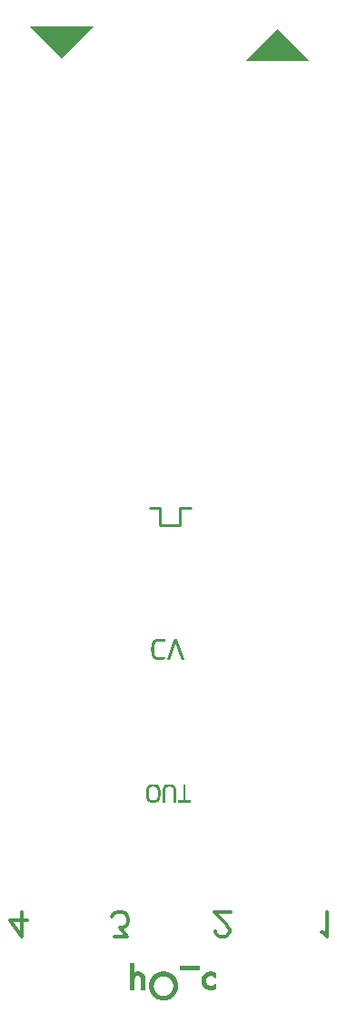
<source format=gbo>
G04 DipTrace 3.1.0.0*
G04 uO_c_panel.GBO*
%MOIN*%
G04 #@! TF.FileFunction,Legend,Bot*
G04 #@! TF.Part,Single*
%ADD12C,0.001*%
%ADD13C,0.01*%
%ADD25C,0.013895*%
%FSLAX26Y26*%
G04*
G70*
G90*
G75*
G01*
G04 BotSilk*
%LPD*%
X1149807Y2262751D2*
D13*
X1112307D1*
X1149807Y2262749D2*
Y2200251D1*
X1224807Y2200249D2*
X1149807D1*
X1224807Y2200251D2*
Y2262749D1*
X1262307Y2262751D2*
X1224807D1*
G36*
X1474806Y3900251D2*
X1699806D1*
X1581056Y4018999D1*
X1462306Y3900251D1*
D1*
X1474806D1*
G37*
G36*
X897307Y4029000D2*
X672307D1*
X791056Y3910252D1*
X909807Y4029000D1*
D1*
X897307D1*
G37*
X1040869Y597975D2*
D12*
X1053869D1*
X1040869Y596975D2*
X1053869D1*
X1040869Y595975D2*
X1053869D1*
X1040869Y594975D2*
X1053869D1*
X1040869Y593975D2*
X1053869D1*
X1040869Y592975D2*
X1053869D1*
X1040869Y591975D2*
X1053869D1*
X1040869Y590975D2*
X1053869D1*
X1040869Y589975D2*
X1053869D1*
X1040869Y588975D2*
X1053869D1*
X1040869Y587975D2*
X1053869D1*
X1040869Y586975D2*
X1053869D1*
X1040869Y585975D2*
X1053869D1*
X1221869D2*
X1294869D1*
X1040869Y584975D2*
X1053869D1*
X1221869D2*
X1294869D1*
X1040869Y583975D2*
X1053869D1*
X1221869D2*
X1294869D1*
X1040869Y582975D2*
X1053869D1*
X1221869D2*
X1294869D1*
X1040869Y581975D2*
X1053869D1*
X1221869D2*
X1294869D1*
X1040869Y580975D2*
X1053869D1*
X1221869D2*
X1294869D1*
X1040869Y579975D2*
X1053869D1*
X1221869D2*
X1294869D1*
X1040869Y578975D2*
X1053869D1*
X1221869D2*
X1294869D1*
X1040869Y577975D2*
X1053869D1*
X1221869D2*
X1294869D1*
X1040869Y576975D2*
X1053869D1*
X1221869D2*
X1294869D1*
X1040869Y575975D2*
X1053869D1*
X1221869D2*
X1294869D1*
X1040869Y574975D2*
X1053869D1*
X1221869D2*
X1294869D1*
X1040869Y573975D2*
X1053869D1*
X1221869D2*
X1294869D1*
X1040869Y572975D2*
X1053869D1*
X1221869D2*
X1294869D1*
X1040869Y571975D2*
X1053869D1*
X1040869Y570975D2*
X1053869D1*
X1040869Y569975D2*
X1053869D1*
X1040869Y568975D2*
X1053869D1*
X1040869Y567975D2*
X1053865D1*
X1040869Y566975D2*
X1053827D1*
X1040869Y565975D2*
X1053672D1*
X1062869D2*
X1071869D1*
X1155869D2*
X1167869D1*
X1330869D2*
X1340869D1*
X1040869Y564975D2*
X1053330D1*
X1059036D2*
X1075250D1*
X1151301D2*
X1172250D1*
X1327453D2*
X1344592D1*
X1040869Y563975D2*
X1052869D1*
X1055025D2*
X1078072D1*
X1147428D2*
X1176072D1*
X1324368D2*
X1347708D1*
X1040869Y562975D2*
X1080342D1*
X1144232D2*
X1179338D1*
X1321760D2*
X1350128D1*
X1040869Y561975D2*
X1082129D1*
X1141557D2*
X1182090D1*
X1319637D2*
X1351847D1*
X1040869Y560975D2*
X1083545D1*
X1139321D2*
X1184375D1*
X1317871D2*
X1353094D1*
X1040869Y559975D2*
X1084738D1*
X1137427D2*
X1186293D1*
X1316371D2*
X1353498D1*
X1040869Y558975D2*
X1085819D1*
X1135745D2*
X1187986D1*
X1315094D2*
X1353713D1*
X1040869Y557975D2*
X1086847D1*
X1134170D2*
X1189565D1*
X1313962D2*
X1353808D1*
X1040869Y556975D2*
X1087823D1*
X1132676D2*
X1191061D1*
X1312905D2*
X1353847D1*
X1040869Y555975D2*
X1088696D1*
X1131291D2*
X1192442D1*
X1311882D2*
X1353861D1*
X1040869Y554975D2*
X1089423D1*
X1130027D2*
X1193671D1*
X1310877D2*
X1353866D1*
X1040869Y553975D2*
X1090036D1*
X1128785D2*
X1194786D1*
X1309909D2*
X1353868D1*
X1040869Y552975D2*
X1063262D1*
X1070476D2*
X1090583D1*
X1127499D2*
X1195836D1*
X1309036D2*
X1332300D1*
X1339434D2*
X1353868D1*
X1040869Y551975D2*
X1061092D1*
X1072645D2*
X1091071D1*
X1126257D2*
X1157266D1*
X1165275D2*
X1196857D1*
X1308279D2*
X1329262D1*
X1342440D2*
X1353869D1*
X1040869Y550975D2*
X1059426D1*
X1074311D2*
X1091484D1*
X1125203D2*
X1153139D1*
X1169991D2*
X1197865D1*
X1307574D2*
X1326871D1*
X1344739D2*
X1353869D1*
X1040869Y549975D2*
X1058140D1*
X1075601D2*
X1091838D1*
X1124347D2*
X1149671D1*
X1173825D2*
X1198867D1*
X1306911D2*
X1324973D1*
X1346529D2*
X1353869D1*
X1040869Y548975D2*
X1057163D1*
X1076610D2*
X1092192D1*
X1123560D2*
X1146883D1*
X1176867D2*
X1199868D1*
X1306375D2*
X1323448D1*
X1348072D2*
X1353869D1*
X1040869Y547975D2*
X1056477D1*
X1077387D2*
X1092499D1*
X1122720D2*
X1144684D1*
X1179253D2*
X1200869D1*
X1305948D2*
X1322275D1*
X1349451D2*
X1353869D1*
X1040869Y546975D2*
X1055991D1*
X1077986D2*
X1092694D1*
X1121841D2*
X1142884D1*
X1181129D2*
X1201865D1*
X1305528D2*
X1321377D1*
X1350636D2*
X1353869D1*
X1040869Y545975D2*
X1055581D1*
X1078417D2*
X1092794D1*
X1121009D2*
X1141338D1*
X1182696D2*
X1202830D1*
X1305080D2*
X1320608D1*
X1351592D2*
X1353869D1*
X1040869Y544975D2*
X1055248D1*
X1078699D2*
X1092843D1*
X1120269D2*
X1139930D1*
X1184138D2*
X1203702D1*
X1304641D2*
X1319890D1*
X1352301D2*
X1353869D1*
X1040869Y543975D2*
X1055009D1*
X1078948D2*
X1092897D1*
X1119567D2*
X1138556D1*
X1185479D2*
X1204459D1*
X1304278D2*
X1319252D1*
X1352869D2*
X1353869D1*
X1040869Y542975D2*
X1054779D1*
X1079241D2*
X1093031D1*
X1118871D2*
X1137246D1*
X1186687D2*
X1205167D1*
X1304023D2*
X1318710D1*
X1040869Y541975D2*
X1054493D1*
X1079519D2*
X1093273D1*
X1118208D2*
X1136084D1*
X1187792D2*
X1205862D1*
X1303784D2*
X1318272D1*
X1040869Y540975D2*
X1054218D1*
X1079701D2*
X1093531D1*
X1117542D2*
X1135110D1*
X1188835D2*
X1206494D1*
X1303495D2*
X1317906D1*
X1040869Y539975D2*
X1054036D1*
X1079797D2*
X1093705D1*
X1116865D2*
X1134304D1*
X1189818D2*
X1207064D1*
X1303218D2*
X1317548D1*
X1040869Y538975D2*
X1053941D1*
X1079840D2*
X1093798D1*
X1116244D2*
X1133546D1*
X1190698D2*
X1207597D1*
X1303036D2*
X1317240D1*
X1040869Y537975D2*
X1053897D1*
X1079858D2*
X1093841D1*
X1115707D2*
X1132749D1*
X1191457D2*
X1208110D1*
X1302941D2*
X1317044D1*
X1040869Y536975D2*
X1053879D1*
X1079865D2*
X1093858D1*
X1115271D2*
X1131966D1*
X1192167D2*
X1208616D1*
X1302897D2*
X1316944D1*
X1040869Y535975D2*
X1053873D1*
X1079867D2*
X1093865D1*
X1114902D2*
X1131251D1*
X1192861D2*
X1209117D1*
X1302879D2*
X1316898D1*
X1040869Y534975D2*
X1053870D1*
X1079868D2*
X1093867D1*
X1114509D2*
X1130560D1*
X1193494D2*
X1209615D1*
X1302873D2*
X1316880D1*
X1040869Y533975D2*
X1053869D1*
X1079869D2*
X1093868D1*
X1114073D2*
X1129872D1*
X1194064D2*
X1210083D1*
X1302870D2*
X1316873D1*
X1040869Y532975D2*
X1053869D1*
X1079869D2*
X1093869D1*
X1113634D2*
X1129242D1*
X1194597D2*
X1210488D1*
X1302869D2*
X1316870D1*
X1040869Y531975D2*
X1053869D1*
X1079869D2*
X1093869D1*
X1113242D2*
X1128673D1*
X1195110D2*
X1210840D1*
X1302869D2*
X1316869D1*
X1040869Y530975D2*
X1053869D1*
X1079869D2*
X1093869D1*
X1112895D2*
X1128144D1*
X1195616D2*
X1211192D1*
X1302869D2*
X1316873D1*
X1040869Y529975D2*
X1053869D1*
X1079869D2*
X1093869D1*
X1112544D2*
X1127662D1*
X1196117D2*
X1211503D1*
X1302873D2*
X1316908D1*
X1040869Y528975D2*
X1053869D1*
X1079869D2*
X1093869D1*
X1112238D2*
X1127253D1*
X1196615D2*
X1211733D1*
X1302908D2*
X1317035D1*
X1040869Y527975D2*
X1053869D1*
X1079869D2*
X1093869D1*
X1112040D2*
X1126899D1*
X1197079D2*
X1211961D1*
X1303035D2*
X1317279D1*
X1040869Y526975D2*
X1053869D1*
X1079869D2*
X1093869D1*
X1111904D2*
X1126546D1*
X1197453D2*
X1212245D1*
X1303275D2*
X1317570D1*
X1040869Y525975D2*
X1053869D1*
X1079869D2*
X1093869D1*
X1111732D2*
X1126235D1*
X1197712D2*
X1212520D1*
X1303535D2*
X1317876D1*
X1040869Y524975D2*
X1053869D1*
X1079869D2*
X1093869D1*
X1111474D2*
X1126005D1*
X1197953D2*
X1212702D1*
X1303745D2*
X1318243D1*
X1040869Y523975D2*
X1053869D1*
X1079869D2*
X1093869D1*
X1111210D2*
X1125777D1*
X1198242D2*
X1212801D1*
X1303965D2*
X1318674D1*
X1040869Y522975D2*
X1053869D1*
X1079869D2*
X1093869D1*
X1111033D2*
X1125492D1*
X1198519D2*
X1212879D1*
X1304251D2*
X1319144D1*
X1040869Y521975D2*
X1053869D1*
X1079869D2*
X1093869D1*
X1110940D2*
X1125217D1*
X1198701D2*
X1213025D1*
X1304560D2*
X1319666D1*
X1352869D2*
X1353869D1*
X1040869Y520975D2*
X1053869D1*
X1079869D2*
X1093869D1*
X1110897D2*
X1125036D1*
X1198797D2*
X1213271D1*
X1304872D2*
X1320292D1*
X1351869D2*
X1353869D1*
X1040869Y519975D2*
X1053869D1*
X1079869D2*
X1093869D1*
X1110879D2*
X1124941D1*
X1198840D2*
X1213530D1*
X1305242D2*
X1321069D1*
X1350869D2*
X1353869D1*
X1040869Y518975D2*
X1053869D1*
X1079869D2*
X1093869D1*
X1110873D2*
X1124897D1*
X1198858D2*
X1213705D1*
X1305673D2*
X1321991D1*
X1349865D2*
X1353869D1*
X1040869Y517975D2*
X1053869D1*
X1079869D2*
X1093869D1*
X1110870D2*
X1124879D1*
X1198865D2*
X1213798D1*
X1306144D2*
X1323075D1*
X1348826D2*
X1353869D1*
X1040869Y516975D2*
X1053869D1*
X1079869D2*
X1093869D1*
X1110869D2*
X1124873D1*
X1198867D2*
X1213841D1*
X1306666D2*
X1324373D1*
X1347659D2*
X1353869D1*
X1040869Y515975D2*
X1053869D1*
X1079869D2*
X1093869D1*
X1110869D2*
X1124870D1*
X1198868D2*
X1213858D1*
X1307288D2*
X1325954D1*
X1346253D2*
X1353869D1*
X1040869Y514975D2*
X1053869D1*
X1079869D2*
X1093869D1*
X1110869D2*
X1124869D1*
X1198869D2*
X1213865D1*
X1308026D2*
X1327931D1*
X1344592D2*
X1353869D1*
X1040869Y513975D2*
X1053869D1*
X1079869D2*
X1093869D1*
X1110869D2*
X1124869D1*
X1198869D2*
X1213867D1*
X1308785D2*
X1330307D1*
X1342763D2*
X1353869D1*
X1040869Y512975D2*
X1053869D1*
X1079869D2*
X1093869D1*
X1110869D2*
X1124869D1*
X1198869D2*
X1213864D1*
X1309495D2*
X1353869D1*
X1040869Y511975D2*
X1053869D1*
X1079869D2*
X1093869D1*
X1110869D2*
X1124869D1*
X1198869D2*
X1213830D1*
X1310218D2*
X1353869D1*
X1040869Y510975D2*
X1053869D1*
X1079869D2*
X1093869D1*
X1110869D2*
X1124869D1*
X1198869D2*
X1213702D1*
X1311040D2*
X1353869D1*
X1040869Y509975D2*
X1053869D1*
X1079869D2*
X1093869D1*
X1110869D2*
X1124873D1*
X1198869D2*
X1213463D1*
X1311980D2*
X1353869D1*
X1040869Y508975D2*
X1053869D1*
X1079869D2*
X1093869D1*
X1110869D2*
X1124908D1*
X1198865D2*
X1213206D1*
X1313064D2*
X1353869D1*
X1040869Y507975D2*
X1053869D1*
X1079869D2*
X1093869D1*
X1110873D2*
X1125035D1*
X1198830D2*
X1213032D1*
X1314289D2*
X1353865D1*
X1040869Y506975D2*
X1053869D1*
X1079869D2*
X1093869D1*
X1110908D2*
X1125275D1*
X1198702D2*
X1212935D1*
X1315578D2*
X1353822D1*
X1040869Y505975D2*
X1053869D1*
X1079869D2*
X1093869D1*
X1111035D2*
X1125535D1*
X1198459D2*
X1212858D1*
X1316920D2*
X1353716D1*
X1040869Y504975D2*
X1053869D1*
X1079869D2*
X1093869D1*
X1111275D2*
X1125745D1*
X1198167D2*
X1212713D1*
X1318457D2*
X1353195D1*
X1040869Y503975D2*
X1053869D1*
X1079869D2*
X1093869D1*
X1111535D2*
X1125969D1*
X1197865D2*
X1212467D1*
X1320344D2*
X1351799D1*
X1040869Y502975D2*
X1053869D1*
X1079869D2*
X1093869D1*
X1111745D2*
X1126286D1*
X1197529D2*
X1212204D1*
X1322756D2*
X1349705D1*
X1040869Y501975D2*
X1053869D1*
X1079869D2*
X1093869D1*
X1111965D2*
X1126687D1*
X1197195D2*
X1211993D1*
X1325972D2*
X1346650D1*
X1112251Y500975D2*
X1127112D1*
X1196872D2*
X1211773D1*
X1330142D2*
X1342553D1*
X1112560Y499975D2*
X1127498D1*
X1196498D2*
X1211487D1*
X1334869D2*
X1337869D1*
X1112868Y498975D2*
X1127848D1*
X1196065D2*
X1211178D1*
X1113207Y497975D2*
X1128237D1*
X1195598D2*
X1210865D1*
X1113542Y496975D2*
X1128705D1*
X1195110D2*
X1210495D1*
X1113865Y495975D2*
X1129270D1*
X1194612D2*
X1210064D1*
X1114240Y494975D2*
X1129905D1*
X1194078D2*
X1209598D1*
X1114672Y493975D2*
X1130548D1*
X1193452D2*
X1209110D1*
X1115140Y492975D2*
X1131240D1*
X1192712D2*
X1208616D1*
X1115627Y491975D2*
X1132044D1*
X1191953D2*
X1208117D1*
X1116125Y490975D2*
X1132944D1*
X1191242D2*
X1207619D1*
X1116655Y489975D2*
X1133898D1*
X1190519D2*
X1207118D1*
X1117250Y488975D2*
X1134880D1*
X1189697D2*
X1206615D1*
X1117898Y487975D2*
X1135873D1*
X1188758D2*
X1206079D1*
X1118545Y486975D2*
X1136874D1*
X1187674D2*
X1205453D1*
X1119239Y485975D2*
X1137908D1*
X1186448D2*
X1204712D1*
X1120040Y484975D2*
X1139039D1*
X1185160D2*
X1203953D1*
X1120904Y483975D2*
X1140318D1*
X1183821D2*
X1203242D1*
X1121732Y482975D2*
X1141745D1*
X1182319D2*
X1202519D1*
X1122474Y481975D2*
X1143368D1*
X1180572D2*
X1201701D1*
X1123210Y480975D2*
X1145329D1*
X1178512D2*
X1200797D1*
X1124033Y479975D2*
X1147780D1*
X1176004D2*
X1199840D1*
X1124944Y478975D2*
X1150791D1*
X1172965D2*
X1198858D1*
X1125936Y477975D2*
X1154238D1*
X1169507D2*
X1197861D1*
X1127046Y476975D2*
X1196828D1*
X1128282Y475975D2*
X1195702D1*
X1129572Y474975D2*
X1194459D1*
X1130876Y473975D2*
X1193167D1*
X1132244Y472975D2*
X1191862D1*
X1133674Y471975D2*
X1190490D1*
X1135148Y470975D2*
X1189025D1*
X1136705Y469975D2*
X1187423D1*
X1138462Y468975D2*
X1185622D1*
X1140522Y467975D2*
X1183570D1*
X1142907Y466975D2*
X1181178D1*
X1145743Y465975D2*
X1178383D1*
X1149144Y464975D2*
X1175220D1*
X1152869Y463975D2*
X1171869D1*
X1114556Y1251249D2*
X1134556D1*
X1172556D2*
X1193556D1*
X1235556D2*
X1241556D1*
X1112137Y1250249D2*
X1136702D1*
X1170295D2*
X1195634D1*
X1235556D2*
X1241556D1*
X1110017Y1249249D2*
X1138584D1*
X1168458D2*
X1197453D1*
X1235556D2*
X1241556D1*
X1108282Y1248249D2*
X1140109D1*
X1167106D2*
X1198967D1*
X1235556D2*
X1241556D1*
X1106915Y1247249D2*
X1141365D1*
X1166122D2*
X1200140D1*
X1235556D2*
X1241556D1*
X1105857Y1246249D2*
X1142444D1*
X1165317D2*
X1201010D1*
X1235556D2*
X1241556D1*
X1105051Y1245249D2*
X1117991D1*
X1130121D2*
X1143359D1*
X1164585D2*
X1175799D1*
X1190318D2*
X1201685D1*
X1235556D2*
X1241556D1*
X1104407Y1244249D2*
X1114989D1*
X1133124D2*
X1144102D1*
X1163942D2*
X1173416D1*
X1192732D2*
X1202260D1*
X1235556D2*
X1241556D1*
X1103845Y1243249D2*
X1112729D1*
X1135387D2*
X1144720D1*
X1163399D2*
X1171619D1*
X1194625D2*
X1202789D1*
X1235556D2*
X1241556D1*
X1103321Y1242249D2*
X1111102D1*
X1137046D2*
X1145270D1*
X1162960D2*
X1170394D1*
X1195994D2*
X1203297D1*
X1235556D2*
X1241556D1*
X1102815Y1241249D2*
X1109930D1*
X1138314D2*
X1145759D1*
X1162594D2*
X1169548D1*
X1196953D2*
X1203769D1*
X1235556D2*
X1241556D1*
X1102348Y1240249D2*
X1109078D1*
X1139309D2*
X1146171D1*
X1162236D2*
X1168903D1*
X1197663D2*
X1204175D1*
X1235556D2*
X1241556D1*
X1101973Y1239249D2*
X1108417D1*
X1140080D2*
X1146526D1*
X1161923D2*
X1168376D1*
X1198249D2*
X1204527D1*
X1235556D2*
X1241556D1*
X1101713Y1238249D2*
X1107852D1*
X1140675D2*
X1146880D1*
X1161693D2*
X1167949D1*
X1198747D2*
X1204880D1*
X1235556D2*
X1241556D1*
X1101472Y1237249D2*
X1107361D1*
X1141105D2*
X1147186D1*
X1161465D2*
X1167589D1*
X1199134D2*
X1205187D1*
X1235556D2*
X1241556D1*
X1101183Y1236249D2*
X1106982D1*
X1141387D2*
X1147385D1*
X1161180D2*
X1167234D1*
X1199398D2*
X1205385D1*
X1235556D2*
X1241556D1*
X1100906Y1235249D2*
X1106754D1*
X1141636D2*
X1147521D1*
X1160905D2*
X1166927D1*
X1199640D2*
X1205521D1*
X1235556D2*
X1241556D1*
X1100724Y1234249D2*
X1106636D1*
X1141929D2*
X1147693D1*
X1160724D2*
X1166732D1*
X1199930D2*
X1205693D1*
X1235556D2*
X1241556D1*
X1100628Y1233249D2*
X1106550D1*
X1142206D2*
X1147951D1*
X1160628D2*
X1166627D1*
X1200207D2*
X1205951D1*
X1235556D2*
X1241556D1*
X1100585Y1232249D2*
X1106402D1*
X1142389D2*
X1148215D1*
X1160585D2*
X1166547D1*
X1200389D2*
X1206215D1*
X1235556D2*
X1241556D1*
X1100567Y1231249D2*
X1106155D1*
X1142484D2*
X1148392D1*
X1160567D2*
X1166401D1*
X1200485D2*
X1206392D1*
X1235556D2*
X1241556D1*
X1100556Y1230249D2*
X1105895D1*
X1142528D2*
X1148486D1*
X1160560D2*
X1166154D1*
X1200528D2*
X1206486D1*
X1235556D2*
X1241556D1*
X1100519Y1229249D2*
X1105720D1*
X1142546D2*
X1148528D1*
X1160558D2*
X1165895D1*
X1200546D2*
X1206528D1*
X1235556D2*
X1241556D1*
X1100390Y1228249D2*
X1105627D1*
X1142557D2*
X1148546D1*
X1160557D2*
X1165720D1*
X1200553D2*
X1206546D1*
X1235556D2*
X1241556D1*
X1100151Y1227249D2*
X1105585D1*
X1142594D2*
X1148553D1*
X1160557D2*
X1165627D1*
X1200555D2*
X1206553D1*
X1235556D2*
X1241556D1*
X1099894Y1226249D2*
X1105567D1*
X1142722D2*
X1148555D1*
X1160556D2*
X1165585D1*
X1200556D2*
X1206555D1*
X1235556D2*
X1241556D1*
X1099720Y1225249D2*
X1105560D1*
X1142962D2*
X1148556D1*
X1160556D2*
X1165567D1*
X1200556D2*
X1206556D1*
X1235556D2*
X1241556D1*
X1099627Y1224249D2*
X1105558D1*
X1143219D2*
X1148556D1*
X1160556D2*
X1165560D1*
X1200556D2*
X1206556D1*
X1235556D2*
X1241556D1*
X1099584Y1223249D2*
X1105557D1*
X1143393D2*
X1148556D1*
X1160556D2*
X1165558D1*
X1200556D2*
X1206556D1*
X1235556D2*
X1241556D1*
X1099567Y1222249D2*
X1105557D1*
X1143486D2*
X1148556D1*
X1160556D2*
X1165557D1*
X1200556D2*
X1206556D1*
X1235556D2*
X1241556D1*
X1099560Y1221249D2*
X1105556D1*
X1143528D2*
X1148556D1*
X1160556D2*
X1165557D1*
X1200556D2*
X1206556D1*
X1235556D2*
X1241556D1*
X1099558Y1220249D2*
X1105556D1*
X1143546D2*
X1148556D1*
X1160556D2*
X1165556D1*
X1200556D2*
X1206556D1*
X1235556D2*
X1241556D1*
X1099557Y1219249D2*
X1105556D1*
X1143553D2*
X1148556D1*
X1160556D2*
X1165556D1*
X1200556D2*
X1206556D1*
X1235556D2*
X1241556D1*
X1099557Y1218249D2*
X1105556D1*
X1143551D2*
X1148556D1*
X1160556D2*
X1165556D1*
X1200556D2*
X1206556D1*
X1235556D2*
X1241556D1*
X1099556Y1217249D2*
X1105556D1*
X1143517D2*
X1148556D1*
X1160556D2*
X1165556D1*
X1200556D2*
X1206556D1*
X1235556D2*
X1241556D1*
X1099560Y1216249D2*
X1105556D1*
X1143390D2*
X1148556D1*
X1160556D2*
X1165556D1*
X1200556D2*
X1206556D1*
X1235556D2*
X1241556D1*
X1099595Y1215249D2*
X1105556D1*
X1143150D2*
X1148556D1*
X1160556D2*
X1165556D1*
X1200556D2*
X1206556D1*
X1235556D2*
X1241556D1*
X1099723Y1214249D2*
X1105556D1*
X1142894D2*
X1148556D1*
X1160556D2*
X1165556D1*
X1200556D2*
X1206556D1*
X1235556D2*
X1241556D1*
X1099962Y1213249D2*
X1105560D1*
X1142720D2*
X1148556D1*
X1160556D2*
X1165556D1*
X1200556D2*
X1206556D1*
X1235556D2*
X1241556D1*
X1100219Y1212249D2*
X1105595D1*
X1142627D2*
X1148556D1*
X1160556D2*
X1165556D1*
X1200556D2*
X1206556D1*
X1235556D2*
X1241556D1*
X1100393Y1211249D2*
X1105723D1*
X1142584D2*
X1148553D1*
X1160556D2*
X1165556D1*
X1200556D2*
X1206556D1*
X1235556D2*
X1241556D1*
X1100486Y1210249D2*
X1105962D1*
X1142567D2*
X1148517D1*
X1160556D2*
X1165556D1*
X1200556D2*
X1206556D1*
X1235556D2*
X1241556D1*
X1100528Y1209249D2*
X1106219D1*
X1142560D2*
X1148390D1*
X1160556D2*
X1165556D1*
X1200556D2*
X1206556D1*
X1235556D2*
X1241556D1*
X1100550Y1208249D2*
X1106393D1*
X1142554D2*
X1148150D1*
X1160556D2*
X1165556D1*
X1200556D2*
X1206556D1*
X1235556D2*
X1241556D1*
X1100592Y1207249D2*
X1106486D1*
X1142518D2*
X1147894D1*
X1160556D2*
X1165556D1*
X1200556D2*
X1206556D1*
X1235556D2*
X1241556D1*
X1100722Y1206249D2*
X1106532D1*
X1142390D2*
X1147720D1*
X1160556D2*
X1165556D1*
X1200556D2*
X1206556D1*
X1235556D2*
X1241556D1*
X1100962Y1205249D2*
X1106585D1*
X1142147D2*
X1147623D1*
X1160556D2*
X1165556D1*
X1200556D2*
X1206556D1*
X1235556D2*
X1241556D1*
X1101223Y1204249D2*
X1106723D1*
X1141855D2*
X1147545D1*
X1160556D2*
X1165556D1*
X1200556D2*
X1206556D1*
X1235556D2*
X1241556D1*
X1101432Y1203249D2*
X1107000D1*
X1141553D2*
X1147400D1*
X1160556D2*
X1165556D1*
X1200556D2*
X1206556D1*
X1235556D2*
X1241556D1*
X1101652Y1202249D2*
X1107389D1*
X1141217D2*
X1147150D1*
X1160556D2*
X1165556D1*
X1200556D2*
X1206556D1*
X1235556D2*
X1241556D1*
X1101938Y1201249D2*
X1107838D1*
X1140879D2*
X1146856D1*
X1160556D2*
X1165556D1*
X1200556D2*
X1206556D1*
X1235556D2*
X1241556D1*
X1102247Y1200249D2*
X1108319D1*
X1140521D2*
X1146550D1*
X1160556D2*
X1165556D1*
X1200556D2*
X1206556D1*
X1235556D2*
X1241556D1*
X1102560Y1199249D2*
X1108818D1*
X1140015D2*
X1146182D1*
X1160556D2*
X1165556D1*
X1200556D2*
X1206556D1*
X1235556D2*
X1241556D1*
X1102934Y1198249D2*
X1109390D1*
X1139304D2*
X1145752D1*
X1160556D2*
X1165556D1*
X1200556D2*
X1206556D1*
X1235556D2*
X1241556D1*
X1103396Y1197249D2*
X1110186D1*
X1138410D2*
X1145281D1*
X1160556D2*
X1165556D1*
X1200556D2*
X1206556D1*
X1235556D2*
X1241556D1*
X1103959Y1196249D2*
X1111367D1*
X1137307D2*
X1144763D1*
X1160556D2*
X1165556D1*
X1200556D2*
X1206556D1*
X1235556D2*
X1241556D1*
X1104594Y1195249D2*
X1112915D1*
X1135930D2*
X1144173D1*
X1160556D2*
X1165556D1*
X1200556D2*
X1206556D1*
X1235556D2*
X1241556D1*
X1105236Y1194249D2*
X1114692D1*
X1134300D2*
X1143523D1*
X1160556D2*
X1165556D1*
X1200556D2*
X1206556D1*
X1235556D2*
X1241556D1*
X1105931Y1193249D2*
X1142841D1*
X1160556D2*
X1165556D1*
X1200556D2*
X1206556D1*
X1217556D2*
X1260556D1*
X1106779Y1192249D2*
X1142012D1*
X1160556D2*
X1165556D1*
X1200556D2*
X1206556D1*
X1217556D2*
X1260556D1*
X1107888Y1191249D2*
X1140885D1*
X1160556D2*
X1165556D1*
X1200556D2*
X1206556D1*
X1217556D2*
X1260556D1*
X1109453Y1190249D2*
X1139359D1*
X1160556D2*
X1165556D1*
X1200556D2*
X1206556D1*
X1217556D2*
X1260556D1*
X1111652Y1189249D2*
X1137269D1*
X1160556D2*
X1165556D1*
X1200556D2*
X1206556D1*
X1217556D2*
X1260556D1*
X1114456Y1188249D2*
X1134570D1*
X1160556D2*
X1165556D1*
X1200556D2*
X1206556D1*
X1217556D2*
X1260556D1*
X1117556Y1187249D2*
X1131556D1*
X1140307Y1785751D2*
X1148307D1*
X1136926Y1784751D2*
X1160307D1*
X1202307D2*
X1209307D1*
X1134104Y1783751D2*
X1167307D1*
X1202149D2*
X1209807D1*
X1131834Y1782751D2*
X1167307D1*
X1201866D2*
X1210222D1*
X1130047Y1781751D2*
X1167307D1*
X1201479D2*
X1210611D1*
X1128635Y1780751D2*
X1167307D1*
X1201061D2*
X1210967D1*
X1127477Y1779751D2*
X1167307D1*
X1200676D2*
X1211299D1*
X1126523Y1778751D2*
X1167307D1*
X1200332D2*
X1211676D1*
X1125735Y1777751D2*
X1138662D1*
X1162307D2*
X1167307D1*
X1199978D2*
X1212106D1*
X1125015Y1776751D2*
X1136368D1*
X1199637D2*
X1212543D1*
X1124316Y1775751D2*
X1134494D1*
X1199316D2*
X1212934D1*
X1123686Y1774751D2*
X1133040D1*
X1198972D2*
X1213281D1*
X1123147Y1773751D2*
X1131968D1*
X1198635D2*
X1213636D1*
X1122710Y1772751D2*
X1131111D1*
X1198315D2*
X1213977D1*
X1122344Y1771751D2*
X1130354D1*
X1197972D2*
X1205153D1*
X1207462D2*
X1214302D1*
X1121983Y1770751D2*
X1129696D1*
X1197635D2*
X1204901D1*
X1207713D2*
X1214677D1*
X1121639Y1769751D2*
X1129117D1*
X1197315D2*
X1204607D1*
X1208008D2*
X1215107D1*
X1121316Y1768751D2*
X1128584D1*
X1196972D2*
X1204300D1*
X1208310D2*
X1215543D1*
X1120976Y1767751D2*
X1128105D1*
X1196635D2*
X1203933D1*
X1208646D2*
X1215934D1*
X1120670Y1766751D2*
X1127726D1*
X1196311D2*
X1203506D1*
X1208980D2*
X1216281D1*
X1120442Y1765751D2*
X1127465D1*
X1195936D2*
X1203071D1*
X1209300D2*
X1216636D1*
X1120215Y1764751D2*
X1127223D1*
X1195508D2*
X1202680D1*
X1209643D2*
X1216977D1*
X1119930Y1763751D2*
X1126933D1*
X1195071D2*
X1202333D1*
X1209979D2*
X1217299D1*
X1119656Y1762751D2*
X1126657D1*
X1194680D2*
X1201979D1*
X1210303D2*
X1217642D1*
X1119474Y1761751D2*
X1126471D1*
X1194333D2*
X1201638D1*
X1210678D2*
X1217979D1*
X1119379Y1760751D2*
X1126340D1*
X1193979D2*
X1201316D1*
X1211107D2*
X1218303D1*
X1119336Y1759751D2*
X1126169D1*
X1193638D2*
X1200972D1*
X1211543D2*
X1218678D1*
X1119314Y1758751D2*
X1125912D1*
X1193316D2*
X1200635D1*
X1211934D2*
X1219107D1*
X1119272Y1757751D2*
X1125648D1*
X1192972D2*
X1200315D1*
X1212281D2*
X1219543D1*
X1119142Y1756751D2*
X1125472D1*
X1192635D2*
X1199972D1*
X1212636D2*
X1219934D1*
X1118902Y1755751D2*
X1125378D1*
X1192315D2*
X1199635D1*
X1212977D2*
X1220281D1*
X1118645Y1754751D2*
X1125335D1*
X1191972D2*
X1199315D1*
X1213299D2*
X1220636D1*
X1118470Y1753751D2*
X1125318D1*
X1191635D2*
X1198972D1*
X1213642D2*
X1220977D1*
X1118378Y1752751D2*
X1125311D1*
X1191315D2*
X1198635D1*
X1213979D2*
X1221302D1*
X1118335Y1751751D2*
X1125308D1*
X1190972D2*
X1198315D1*
X1214303D2*
X1221677D1*
X1118318Y1750751D2*
X1125308D1*
X1190635D2*
X1197972D1*
X1214678D2*
X1222107D1*
X1118311Y1749751D2*
X1125307D1*
X1190315D2*
X1197635D1*
X1215107D2*
X1222543D1*
X1118308Y1748751D2*
X1125307D1*
X1189972D2*
X1197315D1*
X1215543D2*
X1222934D1*
X1118308Y1747751D2*
X1125307D1*
X1189635D2*
X1196972D1*
X1215934D2*
X1223281D1*
X1118307Y1746751D2*
X1125307D1*
X1189311D2*
X1196635D1*
X1216281D2*
X1223636D1*
X1118307Y1745751D2*
X1125307D1*
X1188936D2*
X1196311D1*
X1216636D2*
X1223977D1*
X1118307Y1744751D2*
X1125307D1*
X1188508D2*
X1195936D1*
X1216977D2*
X1224299D1*
X1118307Y1743751D2*
X1125307D1*
X1188071D2*
X1195508D1*
X1217299D2*
X1224642D1*
X1118311Y1742751D2*
X1125307D1*
X1187680D2*
X1195071D1*
X1217642D2*
X1224979D1*
X1118346Y1741751D2*
X1125307D1*
X1187333D2*
X1194680D1*
X1217979D2*
X1225303D1*
X1118474Y1740751D2*
X1125307D1*
X1186979D2*
X1194333D1*
X1218303D2*
X1225678D1*
X1118713Y1739751D2*
X1125307D1*
X1186638D2*
X1193979D1*
X1218678D2*
X1226107D1*
X1118969Y1738751D2*
X1125311D1*
X1186316D2*
X1193638D1*
X1219107D2*
X1226543D1*
X1119144Y1737751D2*
X1125346D1*
X1185972D2*
X1193316D1*
X1219543D2*
X1226934D1*
X1119237Y1736751D2*
X1125474D1*
X1185635D2*
X1192972D1*
X1219934D2*
X1227281D1*
X1119279Y1735751D2*
X1125713D1*
X1185315D2*
X1192635D1*
X1220281D2*
X1227636D1*
X1119300Y1734751D2*
X1125969D1*
X1184972D2*
X1192315D1*
X1220636D2*
X1227977D1*
X1119342Y1733751D2*
X1126144D1*
X1184635D2*
X1191972D1*
X1220977D2*
X1228302D1*
X1119472Y1732751D2*
X1126241D1*
X1184315D2*
X1191635D1*
X1221299D2*
X1228677D1*
X1119713Y1731751D2*
X1126318D1*
X1183972D2*
X1191315D1*
X1221642D2*
X1229107D1*
X1119969Y1730751D2*
X1126463D1*
X1183635D2*
X1190972D1*
X1221979D2*
X1229543D1*
X1120148Y1729751D2*
X1126713D1*
X1183311D2*
X1190635D1*
X1222303D2*
X1229934D1*
X1120276Y1728751D2*
X1127007D1*
X1182936D2*
X1190315D1*
X1222678D2*
X1230281D1*
X1120446Y1727751D2*
X1127314D1*
X1182508D2*
X1189972D1*
X1223107D2*
X1230636D1*
X1120706Y1726751D2*
X1127682D1*
X1182071D2*
X1189635D1*
X1223543D2*
X1230977D1*
X1121005Y1725751D2*
X1128112D1*
X1181680D2*
X1189311D1*
X1223934D2*
X1231299D1*
X1121313Y1724751D2*
X1128582D1*
X1181333D2*
X1188936D1*
X1224281D2*
X1231642D1*
X1121681Y1723751D2*
X1129105D1*
X1180979D2*
X1188508D1*
X1224636D2*
X1231979D1*
X1122112Y1722751D2*
X1129734D1*
X1180638D2*
X1188071D1*
X1224977D2*
X1232303D1*
X1122578Y1721751D2*
X1130550D1*
X1180316D2*
X1187680D1*
X1225302D2*
X1232678D1*
X1123066Y1720751D2*
X1131642D1*
X1179972D2*
X1187333D1*
X1225677D2*
X1233107D1*
X1123564Y1719751D2*
X1133164D1*
X1179635D2*
X1186979D1*
X1226107D2*
X1233543D1*
X1124098Y1718751D2*
X1135208D1*
X1179315D2*
X1186638D1*
X1226543D2*
X1233934D1*
X1124727Y1717751D2*
X1137668D1*
X1157307D2*
X1167307D1*
X1178972D2*
X1186316D1*
X1226934D2*
X1234281D1*
X1125507Y1716751D2*
X1167307D1*
X1178635D2*
X1185972D1*
X1227281D2*
X1234636D1*
X1126433Y1715751D2*
X1167295D1*
X1178315D2*
X1185635D1*
X1227636D2*
X1234977D1*
X1127553Y1714751D2*
X1167260D1*
X1177975D2*
X1185311D1*
X1227977D2*
X1235299D1*
X1128976Y1713751D2*
X1166834D1*
X1177674D2*
X1184933D1*
X1228299D2*
X1235639D1*
X1130785Y1712751D2*
X1164767D1*
X1177480D2*
X1184475D1*
X1228648D2*
X1235943D1*
X1132953Y1711751D2*
X1161420D1*
X1177375D2*
X1183924D1*
X1228992D2*
X1236151D1*
X1135307Y1710751D2*
X1157307D1*
X1177307D2*
X1183307D1*
X1229307D2*
X1236307D1*
X1040869Y597975D2*
Y596975D1*
Y595975D1*
Y594975D1*
Y593975D1*
Y592975D1*
Y591975D1*
Y590975D1*
Y589975D1*
Y588975D1*
Y587975D1*
Y586975D1*
Y585975D1*
Y584975D1*
Y583975D1*
Y582975D1*
Y581975D1*
Y580975D1*
Y579975D1*
Y578975D1*
Y577975D1*
Y576975D1*
Y575975D1*
Y574975D1*
Y573975D1*
Y572975D1*
Y571975D1*
Y570975D1*
Y569975D1*
Y568975D1*
Y567975D1*
Y566975D1*
Y565975D1*
Y564975D1*
Y563975D1*
Y562975D1*
Y561975D1*
Y560975D1*
Y559975D1*
Y558975D1*
Y557975D1*
Y556975D1*
Y555975D1*
Y554975D1*
Y553975D1*
Y552975D1*
Y551975D1*
Y550975D1*
Y549975D1*
Y548975D1*
Y547975D1*
Y546975D1*
Y545975D1*
Y544975D1*
Y543975D1*
Y542975D1*
Y541975D1*
Y540975D1*
Y539975D1*
Y538975D1*
Y537975D1*
Y536975D1*
Y535975D1*
Y534975D1*
Y533975D1*
Y532975D1*
Y531975D1*
Y530975D1*
Y529975D1*
Y528975D1*
Y527975D1*
Y526975D1*
Y525975D1*
Y524975D1*
Y523975D1*
Y522975D1*
Y521975D1*
Y520975D1*
Y519975D1*
Y518975D1*
Y517975D1*
Y516975D1*
Y515975D1*
Y514975D1*
Y513975D1*
Y512975D1*
Y511975D1*
Y510975D1*
Y509975D1*
Y508975D1*
Y507975D1*
Y506975D1*
Y505975D1*
Y504975D1*
Y503975D1*
Y502975D1*
Y501975D1*
X1053869Y597975D2*
Y596975D1*
Y595975D1*
Y594975D1*
Y593975D1*
Y592975D1*
Y591975D1*
Y590975D1*
Y589975D1*
Y588975D1*
Y587975D1*
Y586975D1*
Y585975D1*
Y584975D1*
Y583975D1*
Y582975D1*
Y581975D1*
Y580975D1*
Y579975D1*
Y578975D1*
Y577975D1*
Y576975D1*
Y575975D1*
Y574975D1*
Y573975D1*
Y572975D1*
Y571975D1*
Y570975D1*
Y569975D1*
Y568975D1*
X1053865Y567975D1*
X1053827Y566975D1*
X1053672Y565975D1*
X1053330Y564975D1*
X1052869Y563975D1*
X1053869Y562975D1*
X1221869Y585975D2*
Y584975D1*
Y583975D1*
Y582975D1*
Y581975D1*
Y580975D1*
Y579975D1*
Y578975D1*
Y577975D1*
Y576975D1*
Y575975D1*
Y574975D1*
Y573975D1*
Y572975D1*
X1294869Y585975D2*
Y584975D1*
Y583975D1*
Y582975D1*
Y581975D1*
Y580975D1*
Y579975D1*
Y578975D1*
Y577975D1*
Y576975D1*
Y575975D1*
Y574975D1*
Y573975D1*
Y572975D1*
X1062869Y565975D2*
X1059036Y564975D1*
X1055025Y563975D1*
X1050869Y562975D1*
X1071869Y565975D2*
X1075250Y564975D1*
X1078072Y563975D1*
X1080342Y562975D1*
X1082129Y561975D1*
X1083545Y560975D1*
X1084738Y559975D1*
X1085819Y558975D1*
X1086847Y557975D1*
X1087823Y556975D1*
X1088696Y555975D1*
X1089423Y554975D1*
X1090036Y553975D1*
X1090583Y552975D1*
X1091071Y551975D1*
X1091484Y550975D1*
X1091838Y549975D1*
X1092192Y548975D1*
X1092499Y547975D1*
X1092694Y546975D1*
X1092794Y545975D1*
X1092843Y544975D1*
X1092897Y543975D1*
X1093031Y542975D1*
X1093273Y541975D1*
X1093531Y540975D1*
X1093705Y539975D1*
X1093798Y538975D1*
X1093841Y537975D1*
X1093858Y536975D1*
X1093865Y535975D1*
X1093867Y534975D1*
X1093868Y533975D1*
X1093869Y532975D1*
Y531975D1*
Y530975D1*
Y529975D1*
Y528975D1*
Y527975D1*
Y526975D1*
Y525975D1*
Y524975D1*
Y523975D1*
Y522975D1*
Y521975D1*
Y520975D1*
Y519975D1*
Y518975D1*
Y517975D1*
Y516975D1*
Y515975D1*
Y514975D1*
Y513975D1*
Y512975D1*
Y511975D1*
Y510975D1*
Y509975D1*
Y508975D1*
Y507975D1*
Y506975D1*
Y505975D1*
Y504975D1*
Y503975D1*
Y502975D1*
Y501975D1*
X1155869Y565975D2*
X1151301Y564975D1*
X1147428Y563975D1*
X1144232Y562975D1*
X1141557Y561975D1*
X1139321Y560975D1*
X1137427Y559975D1*
X1135745Y558975D1*
X1134170Y557975D1*
X1132676Y556975D1*
X1131291Y555975D1*
X1130027Y554975D1*
X1128785Y553975D1*
X1127499Y552975D1*
X1126257Y551975D1*
X1125203Y550975D1*
X1124347Y549975D1*
X1123560Y548975D1*
X1122720Y547975D1*
X1121841Y546975D1*
X1121009Y545975D1*
X1120269Y544975D1*
X1119567Y543975D1*
X1118871Y542975D1*
X1118208Y541975D1*
X1117542Y540975D1*
X1116865Y539975D1*
X1116244Y538975D1*
X1115707Y537975D1*
X1115271Y536975D1*
X1114902Y535975D1*
X1114509Y534975D1*
X1114073Y533975D1*
X1113634Y532975D1*
X1113242Y531975D1*
X1112895Y530975D1*
X1112544Y529975D1*
X1112238Y528975D1*
X1112040Y527975D1*
X1111904Y526975D1*
X1111732Y525975D1*
X1111474Y524975D1*
X1111210Y523975D1*
X1111033Y522975D1*
X1110940Y521975D1*
X1110897Y520975D1*
X1110879Y519975D1*
X1110873Y518975D1*
X1110870Y517975D1*
X1110869Y516975D1*
Y515975D1*
Y514975D1*
Y513975D1*
Y512975D1*
Y511975D1*
Y510975D1*
Y509975D1*
Y508975D1*
X1110873Y507975D1*
X1110908Y506975D1*
X1111035Y505975D1*
X1111275Y504975D1*
X1111535Y503975D1*
X1111745Y502975D1*
X1111965Y501975D1*
X1112251Y500975D1*
X1112560Y499975D1*
X1112868Y498975D1*
X1113207Y497975D1*
X1113542Y496975D1*
X1113865Y495975D1*
X1114240Y494975D1*
X1114672Y493975D1*
X1115140Y492975D1*
X1115627Y491975D1*
X1116125Y490975D1*
X1116655Y489975D1*
X1117250Y488975D1*
X1117898Y487975D1*
X1118545Y486975D1*
X1119239Y485975D1*
X1120040Y484975D1*
X1120904Y483975D1*
X1121732Y482975D1*
X1122474Y481975D1*
X1123210Y480975D1*
X1124033Y479975D1*
X1124944Y478975D1*
X1125936Y477975D1*
X1127046Y476975D1*
X1128282Y475975D1*
X1129572Y474975D1*
X1130876Y473975D1*
X1132244Y472975D1*
X1133674Y471975D1*
X1135148Y470975D1*
X1136705Y469975D1*
X1138462Y468975D1*
X1140522Y467975D1*
X1142907Y466975D1*
X1145743Y465975D1*
X1149144Y464975D1*
X1152869Y463975D1*
X1167869Y565975D2*
X1172250Y564975D1*
X1176072Y563975D1*
X1179338Y562975D1*
X1182090Y561975D1*
X1184375Y560975D1*
X1186293Y559975D1*
X1187986Y558975D1*
X1189565Y557975D1*
X1191061Y556975D1*
X1192442Y555975D1*
X1193671Y554975D1*
X1194786Y553975D1*
X1195836Y552975D1*
X1196857Y551975D1*
X1197865Y550975D1*
X1198867Y549975D1*
X1199868Y548975D1*
X1200869Y547975D1*
X1201865Y546975D1*
X1202830Y545975D1*
X1203702Y544975D1*
X1204459Y543975D1*
X1205167Y542975D1*
X1205862Y541975D1*
X1206494Y540975D1*
X1207064Y539975D1*
X1207597Y538975D1*
X1208110Y537975D1*
X1208616Y536975D1*
X1209117Y535975D1*
X1209615Y534975D1*
X1210083Y533975D1*
X1210488Y532975D1*
X1210840Y531975D1*
X1211192Y530975D1*
X1211503Y529975D1*
X1211733Y528975D1*
X1211961Y527975D1*
X1212245Y526975D1*
X1212520Y525975D1*
X1212702Y524975D1*
X1212801Y523975D1*
X1212879Y522975D1*
X1213025Y521975D1*
X1213271Y520975D1*
X1213530Y519975D1*
X1213705Y518975D1*
X1213798Y517975D1*
X1213841Y516975D1*
X1213858Y515975D1*
X1213865Y514975D1*
X1213867Y513975D1*
X1213864Y512975D1*
X1213830Y511975D1*
X1213702Y510975D1*
X1213463Y509975D1*
X1213206Y508975D1*
X1213032Y507975D1*
X1212935Y506975D1*
X1212858Y505975D1*
X1212713Y504975D1*
X1212467Y503975D1*
X1212204Y502975D1*
X1211993Y501975D1*
X1211773Y500975D1*
X1211487Y499975D1*
X1211178Y498975D1*
X1210865Y497975D1*
X1210495Y496975D1*
X1210064Y495975D1*
X1209598Y494975D1*
X1209110Y493975D1*
X1208616Y492975D1*
X1208117Y491975D1*
X1207619Y490975D1*
X1207118Y489975D1*
X1206615Y488975D1*
X1206079Y487975D1*
X1205453Y486975D1*
X1204712Y485975D1*
X1203953Y484975D1*
X1203242Y483975D1*
X1202519Y482975D1*
X1201701Y481975D1*
X1200797Y480975D1*
X1199840Y479975D1*
X1198858Y478975D1*
X1197861Y477975D1*
X1196828Y476975D1*
X1195702Y475975D1*
X1194459Y474975D1*
X1193167Y473975D1*
X1191862Y472975D1*
X1190490Y471975D1*
X1189025Y470975D1*
X1187423Y469975D1*
X1185622Y468975D1*
X1183570Y467975D1*
X1181178Y466975D1*
X1178383Y465975D1*
X1175220Y464975D1*
X1171869Y463975D1*
X1330869Y565975D2*
X1327453Y564975D1*
X1324368Y563975D1*
X1321760Y562975D1*
X1319637Y561975D1*
X1317871Y560975D1*
X1316371Y559975D1*
X1315094Y558975D1*
X1313962Y557975D1*
X1312905Y556975D1*
X1311882Y555975D1*
X1310877Y554975D1*
X1309909Y553975D1*
X1309036Y552975D1*
X1308279Y551975D1*
X1307574Y550975D1*
X1306911Y549975D1*
X1306375Y548975D1*
X1305948Y547975D1*
X1305528Y546975D1*
X1305080Y545975D1*
X1304641Y544975D1*
X1304278Y543975D1*
X1304023Y542975D1*
X1303784Y541975D1*
X1303495Y540975D1*
X1303218Y539975D1*
X1303036Y538975D1*
X1302941Y537975D1*
X1302897Y536975D1*
X1302879Y535975D1*
X1302873Y534975D1*
X1302870Y533975D1*
X1302869Y532975D1*
Y531975D1*
Y530975D1*
X1302873Y529975D1*
X1302908Y528975D1*
X1303035Y527975D1*
X1303275Y526975D1*
X1303535Y525975D1*
X1303745Y524975D1*
X1303965Y523975D1*
X1304251Y522975D1*
X1304560Y521975D1*
X1304872Y520975D1*
X1305242Y519975D1*
X1305673Y518975D1*
X1306144Y517975D1*
X1306666Y516975D1*
X1307288Y515975D1*
X1308026Y514975D1*
X1308785Y513975D1*
X1309495Y512975D1*
X1310218Y511975D1*
X1311040Y510975D1*
X1311980Y509975D1*
X1313064Y508975D1*
X1314289Y507975D1*
X1315578Y506975D1*
X1316920Y505975D1*
X1318457Y504975D1*
X1320344Y503975D1*
X1322756Y502975D1*
X1325972Y501975D1*
X1330142Y500975D1*
X1334869Y499975D1*
X1340869Y565975D2*
X1344592Y564975D1*
X1347708Y563975D1*
X1350128Y562975D1*
X1351847Y561975D1*
X1353094Y560975D1*
X1353498Y559975D1*
X1353713Y558975D1*
X1353808Y557975D1*
X1353847Y556975D1*
X1353861Y555975D1*
X1353866Y554975D1*
X1353868Y553975D1*
Y552975D1*
X1353869Y551975D1*
Y550975D1*
Y549975D1*
Y548975D1*
Y547975D1*
Y546975D1*
Y545975D1*
Y544975D1*
Y543975D1*
X1065869Y553975D2*
X1063262Y552975D1*
X1061092Y551975D1*
X1059426Y550975D1*
X1058140Y549975D1*
X1057163Y548975D1*
X1056477Y547975D1*
X1055991Y546975D1*
X1055581Y545975D1*
X1055248Y544975D1*
X1055009Y543975D1*
X1054779Y542975D1*
X1054493Y541975D1*
X1054218Y540975D1*
X1054036Y539975D1*
X1053941Y538975D1*
X1053897Y537975D1*
X1053879Y536975D1*
X1053873Y535975D1*
X1053870Y534975D1*
X1053869Y533975D1*
Y532975D1*
Y531975D1*
Y530975D1*
Y529975D1*
Y528975D1*
Y527975D1*
Y526975D1*
Y525975D1*
Y524975D1*
Y523975D1*
Y522975D1*
Y521975D1*
Y520975D1*
Y519975D1*
Y518975D1*
Y517975D1*
Y516975D1*
Y515975D1*
Y514975D1*
Y513975D1*
Y512975D1*
Y511975D1*
Y510975D1*
Y509975D1*
Y508975D1*
Y507975D1*
Y506975D1*
Y505975D1*
Y504975D1*
Y503975D1*
Y502975D1*
Y501975D1*
X1067869Y553975D2*
X1070476Y552975D1*
X1072645Y551975D1*
X1074311Y550975D1*
X1075601Y549975D1*
X1076610Y548975D1*
X1077387Y547975D1*
X1077986Y546975D1*
X1078417Y545975D1*
X1078699Y544975D1*
X1078948Y543975D1*
X1079241Y542975D1*
X1079519Y541975D1*
X1079701Y540975D1*
X1079797Y539975D1*
X1079840Y538975D1*
X1079858Y537975D1*
X1079865Y536975D1*
X1079867Y535975D1*
X1079868Y534975D1*
X1079869Y533975D1*
Y532975D1*
Y531975D1*
Y530975D1*
Y529975D1*
Y528975D1*
Y527975D1*
Y526975D1*
Y525975D1*
Y524975D1*
Y523975D1*
Y522975D1*
Y521975D1*
Y520975D1*
Y519975D1*
Y518975D1*
Y517975D1*
Y516975D1*
Y515975D1*
Y514975D1*
Y513975D1*
Y512975D1*
Y511975D1*
Y510975D1*
Y509975D1*
Y508975D1*
Y507975D1*
Y506975D1*
Y505975D1*
Y504975D1*
Y503975D1*
Y502975D1*
Y501975D1*
X1335869Y553975D2*
X1332300Y552975D1*
X1329262Y551975D1*
X1326871Y550975D1*
X1324973Y549975D1*
X1323448Y548975D1*
X1322275Y547975D1*
X1321377Y546975D1*
X1320608Y545975D1*
X1319890Y544975D1*
X1319252Y543975D1*
X1318710Y542975D1*
X1318272Y541975D1*
X1317906Y540975D1*
X1317548Y539975D1*
X1317240Y538975D1*
X1317044Y537975D1*
X1316944Y536975D1*
X1316898Y535975D1*
X1316880Y534975D1*
X1316873Y533975D1*
X1316870Y532975D1*
X1316869Y531975D1*
X1316873Y530975D1*
X1316908Y529975D1*
X1317035Y528975D1*
X1317279Y527975D1*
X1317570Y526975D1*
X1317876Y525975D1*
X1318243Y524975D1*
X1318674Y523975D1*
X1319144Y522975D1*
X1319666Y521975D1*
X1320292Y520975D1*
X1321069Y519975D1*
X1321991Y518975D1*
X1323075Y517975D1*
X1324373Y516975D1*
X1325954Y515975D1*
X1327931Y514975D1*
X1330307Y513975D1*
X1332869Y512975D1*
X1335869Y553975D2*
X1339434Y552975D1*
X1342440Y551975D1*
X1344739Y550975D1*
X1346529Y549975D1*
X1348072Y548975D1*
X1349451Y547975D1*
X1350636Y546975D1*
X1351592Y545975D1*
X1352301Y544975D1*
X1352869Y543975D1*
X1161869Y552975D2*
X1157266Y551975D1*
X1153139Y550975D1*
X1149671Y549975D1*
X1146883Y548975D1*
X1144684Y547975D1*
X1142884Y546975D1*
X1141338Y545975D1*
X1139930Y544975D1*
X1138556Y543975D1*
X1137246Y542975D1*
X1136084Y541975D1*
X1135110Y540975D1*
X1134304Y539975D1*
X1133546Y538975D1*
X1132749Y537975D1*
X1131966Y536975D1*
X1131251Y535975D1*
X1130560Y534975D1*
X1129872Y533975D1*
X1129242Y532975D1*
X1128673Y531975D1*
X1128144Y530975D1*
X1127662Y529975D1*
X1127253Y528975D1*
X1126899Y527975D1*
X1126546Y526975D1*
X1126235Y525975D1*
X1126005Y524975D1*
X1125777Y523975D1*
X1125492Y522975D1*
X1125217Y521975D1*
X1125036Y520975D1*
X1124941Y519975D1*
X1124897Y518975D1*
X1124879Y517975D1*
X1124873Y516975D1*
X1124870Y515975D1*
X1124869Y514975D1*
Y513975D1*
Y512975D1*
Y511975D1*
Y510975D1*
X1124873Y509975D1*
X1124908Y508975D1*
X1125035Y507975D1*
X1125275Y506975D1*
X1125535Y505975D1*
X1125745Y504975D1*
X1125969Y503975D1*
X1126286Y502975D1*
X1126687Y501975D1*
X1127112Y500975D1*
X1127498Y499975D1*
X1127848Y498975D1*
X1128237Y497975D1*
X1128705Y496975D1*
X1129270Y495975D1*
X1129905Y494975D1*
X1130548Y493975D1*
X1131240Y492975D1*
X1132044Y491975D1*
X1132944Y490975D1*
X1133898Y489975D1*
X1134880Y488975D1*
X1135873Y487975D1*
X1136874Y486975D1*
X1137908Y485975D1*
X1139039Y484975D1*
X1140318Y483975D1*
X1141745Y482975D1*
X1143368Y481975D1*
X1145329Y480975D1*
X1147780Y479975D1*
X1150791Y478975D1*
X1154238Y477975D1*
X1157869Y476975D1*
X1159869Y552975D2*
X1165275Y551975D1*
X1169991Y550975D1*
X1173825Y549975D1*
X1176867Y548975D1*
X1179253Y547975D1*
X1181129Y546975D1*
X1182696Y545975D1*
X1184138Y544975D1*
X1185479Y543975D1*
X1186687Y542975D1*
X1187792Y541975D1*
X1188835Y540975D1*
X1189818Y539975D1*
X1190698Y538975D1*
X1191457Y537975D1*
X1192167Y536975D1*
X1192861Y535975D1*
X1193494Y534975D1*
X1194064Y533975D1*
X1194597Y532975D1*
X1195110Y531975D1*
X1195616Y530975D1*
X1196117Y529975D1*
X1196615Y528975D1*
X1197079Y527975D1*
X1197453Y526975D1*
X1197712Y525975D1*
X1197953Y524975D1*
X1198242Y523975D1*
X1198519Y522975D1*
X1198701Y521975D1*
X1198797Y520975D1*
X1198840Y519975D1*
X1198858Y518975D1*
X1198865Y517975D1*
X1198867Y516975D1*
X1198868Y515975D1*
X1198869Y514975D1*
Y513975D1*
Y512975D1*
Y511975D1*
Y510975D1*
Y509975D1*
X1198865Y508975D1*
X1198830Y507975D1*
X1198702Y506975D1*
X1198459Y505975D1*
X1198167Y504975D1*
X1197865Y503975D1*
X1197529Y502975D1*
X1197195Y501975D1*
X1196872Y500975D1*
X1196498Y499975D1*
X1196065Y498975D1*
X1195598Y497975D1*
X1195110Y496975D1*
X1194612Y495975D1*
X1194078Y494975D1*
X1193452Y493975D1*
X1192712Y492975D1*
X1191953Y491975D1*
X1191242Y490975D1*
X1190519Y489975D1*
X1189697Y488975D1*
X1188758Y487975D1*
X1187674Y486975D1*
X1186448Y485975D1*
X1185160Y484975D1*
X1183821Y483975D1*
X1182319Y482975D1*
X1180572Y481975D1*
X1178512Y480975D1*
X1176004Y479975D1*
X1172965Y478975D1*
X1169507Y477975D1*
X1165869Y476975D1*
X1352869Y521975D2*
X1351869Y520975D1*
X1350869Y519975D1*
X1349865Y518975D1*
X1348826Y517975D1*
X1347659Y516975D1*
X1346253Y515975D1*
X1344592Y514975D1*
X1342763Y513975D1*
X1340869Y512975D1*
X1353869Y521975D2*
Y520975D1*
Y519975D1*
Y518975D1*
Y517975D1*
Y516975D1*
Y515975D1*
Y514975D1*
Y513975D1*
Y512975D1*
Y511975D1*
Y510975D1*
Y509975D1*
Y508975D1*
X1353865Y507975D1*
X1353822Y506975D1*
X1353716Y505975D1*
X1353195Y504975D1*
X1351799Y503975D1*
X1349705Y502975D1*
X1346650Y501975D1*
X1342553Y500975D1*
X1337869Y499975D1*
X1114556Y1251249D2*
X1112137Y1250249D1*
X1110017Y1249249D1*
X1108282Y1248249D1*
X1106915Y1247249D1*
X1105857Y1246249D1*
X1105051Y1245249D1*
X1104407Y1244249D1*
X1103845Y1243249D1*
X1103321Y1242249D1*
X1102815Y1241249D1*
X1102348Y1240249D1*
X1101973Y1239249D1*
X1101713Y1238249D1*
X1101472Y1237249D1*
X1101183Y1236249D1*
X1100906Y1235249D1*
X1100724Y1234249D1*
X1100628Y1233249D1*
X1100585Y1232249D1*
X1100567Y1231249D1*
X1100556Y1230249D1*
X1100519Y1229249D1*
X1100390Y1228249D1*
X1100151Y1227249D1*
X1099894Y1226249D1*
X1099720Y1225249D1*
X1099627Y1224249D1*
X1099584Y1223249D1*
X1099567Y1222249D1*
X1099560Y1221249D1*
X1099558Y1220249D1*
X1099557Y1219249D1*
Y1218249D1*
X1099556Y1217249D1*
X1099560Y1216249D1*
X1099595Y1215249D1*
X1099723Y1214249D1*
X1099962Y1213249D1*
X1100219Y1212249D1*
X1100393Y1211249D1*
X1100486Y1210249D1*
X1100528Y1209249D1*
X1100550Y1208249D1*
X1100592Y1207249D1*
X1100722Y1206249D1*
X1100962Y1205249D1*
X1101223Y1204249D1*
X1101432Y1203249D1*
X1101652Y1202249D1*
X1101938Y1201249D1*
X1102247Y1200249D1*
X1102560Y1199249D1*
X1102934Y1198249D1*
X1103396Y1197249D1*
X1103959Y1196249D1*
X1104594Y1195249D1*
X1105236Y1194249D1*
X1105931Y1193249D1*
X1106779Y1192249D1*
X1107888Y1191249D1*
X1109453Y1190249D1*
X1111652Y1189249D1*
X1114456Y1188249D1*
X1117556Y1187249D1*
X1134556Y1251249D2*
X1136702Y1250249D1*
X1138584Y1249249D1*
X1140109Y1248249D1*
X1141365Y1247249D1*
X1142444Y1246249D1*
X1143359Y1245249D1*
X1144102Y1244249D1*
X1144720Y1243249D1*
X1145270Y1242249D1*
X1145759Y1241249D1*
X1146171Y1240249D1*
X1146526Y1239249D1*
X1146880Y1238249D1*
X1147186Y1237249D1*
X1147385Y1236249D1*
X1147521Y1235249D1*
X1147693Y1234249D1*
X1147951Y1233249D1*
X1148215Y1232249D1*
X1148392Y1231249D1*
X1148486Y1230249D1*
X1148528Y1229249D1*
X1148546Y1228249D1*
X1148553Y1227249D1*
X1148555Y1226249D1*
X1148556Y1225249D1*
Y1224249D1*
Y1223249D1*
Y1222249D1*
Y1221249D1*
Y1220249D1*
Y1219249D1*
Y1218249D1*
Y1217249D1*
Y1216249D1*
Y1215249D1*
Y1214249D1*
Y1213249D1*
Y1212249D1*
X1148553Y1211249D1*
X1148517Y1210249D1*
X1148390Y1209249D1*
X1148150Y1208249D1*
X1147894Y1207249D1*
X1147720Y1206249D1*
X1147623Y1205249D1*
X1147545Y1204249D1*
X1147400Y1203249D1*
X1147150Y1202249D1*
X1146856Y1201249D1*
X1146550Y1200249D1*
X1146182Y1199249D1*
X1145752Y1198249D1*
X1145281Y1197249D1*
X1144763Y1196249D1*
X1144173Y1195249D1*
X1143523Y1194249D1*
X1142841Y1193249D1*
X1142012Y1192249D1*
X1140885Y1191249D1*
X1139359Y1190249D1*
X1137269Y1189249D1*
X1134570Y1188249D1*
X1131556Y1187249D1*
X1172556Y1251249D2*
X1170295Y1250249D1*
X1168458Y1249249D1*
X1167106Y1248249D1*
X1166122Y1247249D1*
X1165317Y1246249D1*
X1164585Y1245249D1*
X1163942Y1244249D1*
X1163399Y1243249D1*
X1162960Y1242249D1*
X1162594Y1241249D1*
X1162236Y1240249D1*
X1161923Y1239249D1*
X1161693Y1238249D1*
X1161465Y1237249D1*
X1161180Y1236249D1*
X1160905Y1235249D1*
X1160724Y1234249D1*
X1160628Y1233249D1*
X1160585Y1232249D1*
X1160567Y1231249D1*
X1160560Y1230249D1*
X1160558Y1229249D1*
X1160557Y1228249D1*
Y1227249D1*
X1160556Y1226249D1*
Y1225249D1*
Y1224249D1*
Y1223249D1*
Y1222249D1*
Y1221249D1*
Y1220249D1*
Y1219249D1*
Y1218249D1*
Y1217249D1*
Y1216249D1*
Y1215249D1*
Y1214249D1*
Y1213249D1*
Y1212249D1*
Y1211249D1*
Y1210249D1*
Y1209249D1*
Y1208249D1*
Y1207249D1*
Y1206249D1*
Y1205249D1*
Y1204249D1*
Y1203249D1*
Y1202249D1*
Y1201249D1*
Y1200249D1*
Y1199249D1*
Y1198249D1*
Y1197249D1*
Y1196249D1*
Y1195249D1*
Y1194249D1*
Y1193249D1*
Y1192249D1*
Y1191249D1*
Y1190249D1*
Y1189249D1*
Y1188249D1*
X1193556Y1251249D2*
X1195634Y1250249D1*
X1197453Y1249249D1*
X1198967Y1248249D1*
X1200140Y1247249D1*
X1201010Y1246249D1*
X1201685Y1245249D1*
X1202260Y1244249D1*
X1202789Y1243249D1*
X1203297Y1242249D1*
X1203769Y1241249D1*
X1204175Y1240249D1*
X1204527Y1239249D1*
X1204880Y1238249D1*
X1205187Y1237249D1*
X1205385Y1236249D1*
X1205521Y1235249D1*
X1205693Y1234249D1*
X1205951Y1233249D1*
X1206215Y1232249D1*
X1206392Y1231249D1*
X1206486Y1230249D1*
X1206528Y1229249D1*
X1206546Y1228249D1*
X1206553Y1227249D1*
X1206555Y1226249D1*
X1206556Y1225249D1*
Y1224249D1*
Y1223249D1*
Y1222249D1*
Y1221249D1*
Y1220249D1*
Y1219249D1*
Y1218249D1*
Y1217249D1*
Y1216249D1*
Y1215249D1*
Y1214249D1*
Y1213249D1*
Y1212249D1*
Y1211249D1*
Y1210249D1*
Y1209249D1*
Y1208249D1*
Y1207249D1*
Y1206249D1*
Y1205249D1*
Y1204249D1*
Y1203249D1*
Y1202249D1*
Y1201249D1*
Y1200249D1*
Y1199249D1*
Y1198249D1*
Y1197249D1*
Y1196249D1*
Y1195249D1*
Y1194249D1*
Y1193249D1*
Y1192249D1*
Y1191249D1*
Y1190249D1*
Y1189249D1*
Y1188249D1*
X1235556Y1251249D2*
Y1250249D1*
Y1249249D1*
Y1248249D1*
Y1247249D1*
Y1246249D1*
Y1245249D1*
Y1244249D1*
Y1243249D1*
Y1242249D1*
Y1241249D1*
Y1240249D1*
Y1239249D1*
Y1238249D1*
Y1237249D1*
Y1236249D1*
Y1235249D1*
Y1234249D1*
Y1233249D1*
Y1232249D1*
Y1231249D1*
Y1230249D1*
Y1229249D1*
Y1228249D1*
Y1227249D1*
Y1226249D1*
Y1225249D1*
Y1224249D1*
Y1223249D1*
Y1222249D1*
Y1221249D1*
Y1220249D1*
Y1219249D1*
Y1218249D1*
Y1217249D1*
Y1216249D1*
Y1215249D1*
Y1214249D1*
Y1213249D1*
Y1212249D1*
Y1211249D1*
Y1210249D1*
Y1209249D1*
Y1208249D1*
Y1207249D1*
Y1206249D1*
Y1205249D1*
Y1204249D1*
Y1203249D1*
Y1202249D1*
Y1201249D1*
Y1200249D1*
Y1199249D1*
Y1198249D1*
Y1197249D1*
Y1196249D1*
Y1195249D1*
Y1194249D1*
Y1193249D1*
X1241556Y1251249D2*
Y1250249D1*
Y1249249D1*
Y1248249D1*
Y1247249D1*
Y1246249D1*
Y1245249D1*
Y1244249D1*
Y1243249D1*
Y1242249D1*
Y1241249D1*
Y1240249D1*
Y1239249D1*
Y1238249D1*
Y1237249D1*
Y1236249D1*
Y1235249D1*
Y1234249D1*
Y1233249D1*
Y1232249D1*
Y1231249D1*
Y1230249D1*
Y1229249D1*
Y1228249D1*
Y1227249D1*
Y1226249D1*
Y1225249D1*
Y1224249D1*
Y1223249D1*
Y1222249D1*
Y1221249D1*
Y1220249D1*
Y1219249D1*
Y1218249D1*
Y1217249D1*
Y1216249D1*
Y1215249D1*
Y1214249D1*
Y1213249D1*
Y1212249D1*
Y1211249D1*
Y1210249D1*
Y1209249D1*
Y1208249D1*
Y1207249D1*
Y1206249D1*
Y1205249D1*
Y1204249D1*
Y1203249D1*
Y1202249D1*
Y1201249D1*
Y1200249D1*
Y1199249D1*
Y1198249D1*
Y1197249D1*
Y1196249D1*
Y1195249D1*
Y1194249D1*
Y1193249D1*
X1121556Y1246249D2*
X1117991Y1245249D1*
X1114989Y1244249D1*
X1112729Y1243249D1*
X1111102Y1242249D1*
X1109930Y1241249D1*
X1109078Y1240249D1*
X1108417Y1239249D1*
X1107852Y1238249D1*
X1107361Y1237249D1*
X1106982Y1236249D1*
X1106754Y1235249D1*
X1106636Y1234249D1*
X1106550Y1233249D1*
X1106402Y1232249D1*
X1106155Y1231249D1*
X1105895Y1230249D1*
X1105720Y1229249D1*
X1105627Y1228249D1*
X1105585Y1227249D1*
X1105567Y1226249D1*
X1105560Y1225249D1*
X1105558Y1224249D1*
X1105557Y1223249D1*
Y1222249D1*
X1105556Y1221249D1*
Y1220249D1*
Y1219249D1*
Y1218249D1*
Y1217249D1*
Y1216249D1*
Y1215249D1*
Y1214249D1*
X1105560Y1213249D1*
X1105595Y1212249D1*
X1105723Y1211249D1*
X1105962Y1210249D1*
X1106219Y1209249D1*
X1106393Y1208249D1*
X1106486Y1207249D1*
X1106532Y1206249D1*
X1106585Y1205249D1*
X1106723Y1204249D1*
X1107000Y1203249D1*
X1107389Y1202249D1*
X1107838Y1201249D1*
X1108319Y1200249D1*
X1108818Y1199249D1*
X1109390Y1198249D1*
X1110186Y1197249D1*
X1111367Y1196249D1*
X1112915Y1195249D1*
X1114692Y1194249D1*
X1116556Y1193249D1*
X1126556Y1246249D2*
X1130121Y1245249D1*
X1133124Y1244249D1*
X1135387Y1243249D1*
X1137046Y1242249D1*
X1138314Y1241249D1*
X1139309Y1240249D1*
X1140080Y1239249D1*
X1140675Y1238249D1*
X1141105Y1237249D1*
X1141387Y1236249D1*
X1141636Y1235249D1*
X1141929Y1234249D1*
X1142206Y1233249D1*
X1142389Y1232249D1*
X1142484Y1231249D1*
X1142528Y1230249D1*
X1142546Y1229249D1*
X1142557Y1228249D1*
X1142594Y1227249D1*
X1142722Y1226249D1*
X1142962Y1225249D1*
X1143219Y1224249D1*
X1143393Y1223249D1*
X1143486Y1222249D1*
X1143528Y1221249D1*
X1143546Y1220249D1*
X1143553Y1219249D1*
X1143551Y1218249D1*
X1143517Y1217249D1*
X1143390Y1216249D1*
X1143150Y1215249D1*
X1142894Y1214249D1*
X1142720Y1213249D1*
X1142627Y1212249D1*
X1142584Y1211249D1*
X1142567Y1210249D1*
X1142560Y1209249D1*
X1142554Y1208249D1*
X1142518Y1207249D1*
X1142390Y1206249D1*
X1142147Y1205249D1*
X1141855Y1204249D1*
X1141553Y1203249D1*
X1141217Y1202249D1*
X1140879Y1201249D1*
X1140521Y1200249D1*
X1140015Y1199249D1*
X1139304Y1198249D1*
X1138410Y1197249D1*
X1137307Y1196249D1*
X1135930Y1195249D1*
X1134300Y1194249D1*
X1132556Y1193249D1*
X1178556Y1246249D2*
X1175799Y1245249D1*
X1173416Y1244249D1*
X1171619Y1243249D1*
X1170394Y1242249D1*
X1169548Y1241249D1*
X1168903Y1240249D1*
X1168376Y1239249D1*
X1167949Y1238249D1*
X1167589Y1237249D1*
X1167234Y1236249D1*
X1166927Y1235249D1*
X1166732Y1234249D1*
X1166627Y1233249D1*
X1166547Y1232249D1*
X1166401Y1231249D1*
X1166154Y1230249D1*
X1165895Y1229249D1*
X1165720Y1228249D1*
X1165627Y1227249D1*
X1165585Y1226249D1*
X1165567Y1225249D1*
X1165560Y1224249D1*
X1165558Y1223249D1*
X1165557Y1222249D1*
Y1221249D1*
X1165556Y1220249D1*
Y1219249D1*
Y1218249D1*
Y1217249D1*
Y1216249D1*
Y1215249D1*
Y1214249D1*
Y1213249D1*
Y1212249D1*
Y1211249D1*
Y1210249D1*
Y1209249D1*
Y1208249D1*
Y1207249D1*
Y1206249D1*
Y1205249D1*
Y1204249D1*
Y1203249D1*
Y1202249D1*
Y1201249D1*
Y1200249D1*
Y1199249D1*
Y1198249D1*
Y1197249D1*
Y1196249D1*
Y1195249D1*
Y1194249D1*
Y1193249D1*
Y1192249D1*
Y1191249D1*
Y1190249D1*
Y1189249D1*
Y1188249D1*
X1187556Y1246249D2*
X1190318Y1245249D1*
X1192732Y1244249D1*
X1194625Y1243249D1*
X1195994Y1242249D1*
X1196953Y1241249D1*
X1197663Y1240249D1*
X1198249Y1239249D1*
X1198747Y1238249D1*
X1199134Y1237249D1*
X1199398Y1236249D1*
X1199640Y1235249D1*
X1199930Y1234249D1*
X1200207Y1233249D1*
X1200389Y1232249D1*
X1200485Y1231249D1*
X1200528Y1230249D1*
X1200546Y1229249D1*
X1200553Y1228249D1*
X1200555Y1227249D1*
X1200556Y1226249D1*
Y1225249D1*
Y1224249D1*
Y1223249D1*
Y1222249D1*
Y1221249D1*
Y1220249D1*
Y1219249D1*
Y1218249D1*
Y1217249D1*
Y1216249D1*
Y1215249D1*
Y1214249D1*
Y1213249D1*
Y1212249D1*
Y1211249D1*
Y1210249D1*
Y1209249D1*
Y1208249D1*
Y1207249D1*
Y1206249D1*
Y1205249D1*
Y1204249D1*
Y1203249D1*
Y1202249D1*
Y1201249D1*
Y1200249D1*
Y1199249D1*
Y1198249D1*
Y1197249D1*
Y1196249D1*
Y1195249D1*
Y1194249D1*
Y1193249D1*
Y1192249D1*
Y1191249D1*
Y1190249D1*
Y1189249D1*
Y1188249D1*
X1217556Y1193249D2*
Y1192249D1*
Y1191249D1*
Y1190249D1*
Y1189249D1*
Y1188249D1*
X1260556Y1193249D2*
Y1192249D1*
Y1191249D1*
Y1190249D1*
Y1189249D1*
Y1188249D1*
X1140307Y1785751D2*
X1136926Y1784751D1*
X1134104Y1783751D1*
X1131834Y1782751D1*
X1130047Y1781751D1*
X1128635Y1780751D1*
X1127477Y1779751D1*
X1126523Y1778751D1*
X1125735Y1777751D1*
X1125015Y1776751D1*
X1124316Y1775751D1*
X1123686Y1774751D1*
X1123147Y1773751D1*
X1122710Y1772751D1*
X1122344Y1771751D1*
X1121983Y1770751D1*
X1121639Y1769751D1*
X1121316Y1768751D1*
X1120976Y1767751D1*
X1120670Y1766751D1*
X1120442Y1765751D1*
X1120215Y1764751D1*
X1119930Y1763751D1*
X1119656Y1762751D1*
X1119474Y1761751D1*
X1119379Y1760751D1*
X1119336Y1759751D1*
X1119314Y1758751D1*
X1119272Y1757751D1*
X1119142Y1756751D1*
X1118902Y1755751D1*
X1118645Y1754751D1*
X1118470Y1753751D1*
X1118378Y1752751D1*
X1118335Y1751751D1*
X1118318Y1750751D1*
X1118311Y1749751D1*
X1118308Y1748751D1*
Y1747751D1*
X1118307Y1746751D1*
Y1745751D1*
Y1744751D1*
Y1743751D1*
X1118311Y1742751D1*
X1118346Y1741751D1*
X1118474Y1740751D1*
X1118713Y1739751D1*
X1118969Y1738751D1*
X1119144Y1737751D1*
X1119237Y1736751D1*
X1119279Y1735751D1*
X1119300Y1734751D1*
X1119342Y1733751D1*
X1119472Y1732751D1*
X1119713Y1731751D1*
X1119969Y1730751D1*
X1120148Y1729751D1*
X1120276Y1728751D1*
X1120446Y1727751D1*
X1120706Y1726751D1*
X1121005Y1725751D1*
X1121313Y1724751D1*
X1121681Y1723751D1*
X1122112Y1722751D1*
X1122578Y1721751D1*
X1123066Y1720751D1*
X1123564Y1719751D1*
X1124098Y1718751D1*
X1124727Y1717751D1*
X1125507Y1716751D1*
X1126433Y1715751D1*
X1127553Y1714751D1*
X1128976Y1713751D1*
X1130785Y1712751D1*
X1132953Y1711751D1*
X1135307Y1710751D1*
X1148307Y1785751D2*
Y1784751D1*
X1160307D2*
X1167307Y1783751D1*
Y1782751D1*
Y1781751D1*
Y1780751D1*
Y1779751D1*
Y1778751D1*
Y1777751D1*
X1202307Y1784751D2*
X1202149Y1783751D1*
X1201866Y1782751D1*
X1201479Y1781751D1*
X1201061Y1780751D1*
X1200676Y1779751D1*
X1200332Y1778751D1*
X1199978Y1777751D1*
X1199637Y1776751D1*
X1199316Y1775751D1*
X1198972Y1774751D1*
X1198635Y1773751D1*
X1198315Y1772751D1*
X1197972Y1771751D1*
X1197635Y1770751D1*
X1197315Y1769751D1*
X1196972Y1768751D1*
X1196635Y1767751D1*
X1196311Y1766751D1*
X1195936Y1765751D1*
X1195508Y1764751D1*
X1195071Y1763751D1*
X1194680Y1762751D1*
X1194333Y1761751D1*
X1193979Y1760751D1*
X1193638Y1759751D1*
X1193316Y1758751D1*
X1192972Y1757751D1*
X1192635Y1756751D1*
X1192315Y1755751D1*
X1191972Y1754751D1*
X1191635Y1753751D1*
X1191315Y1752751D1*
X1190972Y1751751D1*
X1190635Y1750751D1*
X1190315Y1749751D1*
X1189972Y1748751D1*
X1189635Y1747751D1*
X1189311Y1746751D1*
X1188936Y1745751D1*
X1188508Y1744751D1*
X1188071Y1743751D1*
X1187680Y1742751D1*
X1187333Y1741751D1*
X1186979Y1740751D1*
X1186638Y1739751D1*
X1186316Y1738751D1*
X1185972Y1737751D1*
X1185635Y1736751D1*
X1185315Y1735751D1*
X1184972Y1734751D1*
X1184635Y1733751D1*
X1184315Y1732751D1*
X1183972Y1731751D1*
X1183635Y1730751D1*
X1183311Y1729751D1*
X1182936Y1728751D1*
X1182508Y1727751D1*
X1182071Y1726751D1*
X1181680Y1725751D1*
X1181333Y1724751D1*
X1180979Y1723751D1*
X1180638Y1722751D1*
X1180316Y1721751D1*
X1179972Y1720751D1*
X1179635Y1719751D1*
X1179315Y1718751D1*
X1178972Y1717751D1*
X1178635Y1716751D1*
X1178315Y1715751D1*
X1177975Y1714751D1*
X1177674Y1713751D1*
X1177480Y1712751D1*
X1177375Y1711751D1*
X1177307Y1710751D1*
X1209307Y1784751D2*
X1209807Y1783751D1*
X1210222Y1782751D1*
X1210611Y1781751D1*
X1210967Y1780751D1*
X1211299Y1779751D1*
X1211676Y1778751D1*
X1212106Y1777751D1*
X1212543Y1776751D1*
X1212934Y1775751D1*
X1213281Y1774751D1*
X1213636Y1773751D1*
X1213977Y1772751D1*
X1214302Y1771751D1*
X1214677Y1770751D1*
X1215107Y1769751D1*
X1215543Y1768751D1*
X1215934Y1767751D1*
X1216281Y1766751D1*
X1216636Y1765751D1*
X1216977Y1764751D1*
X1217299Y1763751D1*
X1217642Y1762751D1*
X1217979Y1761751D1*
X1218303Y1760751D1*
X1218678Y1759751D1*
X1219107Y1758751D1*
X1219543Y1757751D1*
X1219934Y1756751D1*
X1220281Y1755751D1*
X1220636Y1754751D1*
X1220977Y1753751D1*
X1221302Y1752751D1*
X1221677Y1751751D1*
X1222107Y1750751D1*
X1222543Y1749751D1*
X1222934Y1748751D1*
X1223281Y1747751D1*
X1223636Y1746751D1*
X1223977Y1745751D1*
X1224299Y1744751D1*
X1224642Y1743751D1*
X1224979Y1742751D1*
X1225303Y1741751D1*
X1225678Y1740751D1*
X1226107Y1739751D1*
X1226543Y1738751D1*
X1226934Y1737751D1*
X1227281Y1736751D1*
X1227636Y1735751D1*
X1227977Y1734751D1*
X1228302Y1733751D1*
X1228677Y1732751D1*
X1229107Y1731751D1*
X1229543Y1730751D1*
X1229934Y1729751D1*
X1230281Y1728751D1*
X1230636Y1727751D1*
X1230977Y1726751D1*
X1231299Y1725751D1*
X1231642Y1724751D1*
X1231979Y1723751D1*
X1232303Y1722751D1*
X1232678Y1721751D1*
X1233107Y1720751D1*
X1233543Y1719751D1*
X1233934Y1718751D1*
X1234281Y1717751D1*
X1234636Y1716751D1*
X1234977Y1715751D1*
X1235299Y1714751D1*
X1235639Y1713751D1*
X1235943Y1712751D1*
X1236151Y1711751D1*
X1236307Y1710751D1*
X1141307Y1778751D2*
X1138662Y1777751D1*
X1136368Y1776751D1*
X1134494Y1775751D1*
X1133040Y1774751D1*
X1131968Y1773751D1*
X1131111Y1772751D1*
X1130354Y1771751D1*
X1129696Y1770751D1*
X1129117Y1769751D1*
X1128584Y1768751D1*
X1128105Y1767751D1*
X1127726Y1766751D1*
X1127465Y1765751D1*
X1127223Y1764751D1*
X1126933Y1763751D1*
X1126657Y1762751D1*
X1126471Y1761751D1*
X1126340Y1760751D1*
X1126169Y1759751D1*
X1125912Y1758751D1*
X1125648Y1757751D1*
X1125472Y1756751D1*
X1125378Y1755751D1*
X1125335Y1754751D1*
X1125318Y1753751D1*
X1125311Y1752751D1*
X1125308Y1751751D1*
Y1750751D1*
X1125307Y1749751D1*
Y1748751D1*
Y1747751D1*
Y1746751D1*
Y1745751D1*
Y1744751D1*
Y1743751D1*
Y1742751D1*
Y1741751D1*
Y1740751D1*
Y1739751D1*
X1125311Y1738751D1*
X1125346Y1737751D1*
X1125474Y1736751D1*
X1125713Y1735751D1*
X1125969Y1734751D1*
X1126144Y1733751D1*
X1126241Y1732751D1*
X1126318Y1731751D1*
X1126463Y1730751D1*
X1126713Y1729751D1*
X1127007Y1728751D1*
X1127314Y1727751D1*
X1127682Y1726751D1*
X1128112Y1725751D1*
X1128582Y1724751D1*
X1129105Y1723751D1*
X1129734Y1722751D1*
X1130550Y1721751D1*
X1131642Y1720751D1*
X1133164Y1719751D1*
X1135208Y1718751D1*
X1137668Y1717751D1*
X1140307Y1716751D1*
X1161307Y1778751D2*
X1162307Y1777751D1*
X1205307Y1772751D2*
X1205153Y1771751D1*
X1204901Y1770751D1*
X1204607Y1769751D1*
X1204300Y1768751D1*
X1203933Y1767751D1*
X1203506Y1766751D1*
X1203071Y1765751D1*
X1202680Y1764751D1*
X1202333Y1763751D1*
X1201979Y1762751D1*
X1201638Y1761751D1*
X1201316Y1760751D1*
X1200972Y1759751D1*
X1200635Y1758751D1*
X1200315Y1757751D1*
X1199972Y1756751D1*
X1199635Y1755751D1*
X1199315Y1754751D1*
X1198972Y1753751D1*
X1198635Y1752751D1*
X1198315Y1751751D1*
X1197972Y1750751D1*
X1197635Y1749751D1*
X1197315Y1748751D1*
X1196972Y1747751D1*
X1196635Y1746751D1*
X1196311Y1745751D1*
X1195936Y1744751D1*
X1195508Y1743751D1*
X1195071Y1742751D1*
X1194680Y1741751D1*
X1194333Y1740751D1*
X1193979Y1739751D1*
X1193638Y1738751D1*
X1193316Y1737751D1*
X1192972Y1736751D1*
X1192635Y1735751D1*
X1192315Y1734751D1*
X1191972Y1733751D1*
X1191635Y1732751D1*
X1191315Y1731751D1*
X1190972Y1730751D1*
X1190635Y1729751D1*
X1190315Y1728751D1*
X1189972Y1727751D1*
X1189635Y1726751D1*
X1189311Y1725751D1*
X1188936Y1724751D1*
X1188508Y1723751D1*
X1188071Y1722751D1*
X1187680Y1721751D1*
X1187333Y1720751D1*
X1186979Y1719751D1*
X1186638Y1718751D1*
X1186316Y1717751D1*
X1185972Y1716751D1*
X1185635Y1715751D1*
X1185311Y1714751D1*
X1184933Y1713751D1*
X1184475Y1712751D1*
X1183924Y1711751D1*
X1183307Y1710751D1*
X1207307Y1772751D2*
X1207462Y1771751D1*
X1207713Y1770751D1*
X1208008Y1769751D1*
X1208310Y1768751D1*
X1208646Y1767751D1*
X1208980Y1766751D1*
X1209300Y1765751D1*
X1209643Y1764751D1*
X1209979Y1763751D1*
X1210303Y1762751D1*
X1210678Y1761751D1*
X1211107Y1760751D1*
X1211543Y1759751D1*
X1211934Y1758751D1*
X1212281Y1757751D1*
X1212636Y1756751D1*
X1212977Y1755751D1*
X1213299Y1754751D1*
X1213642Y1753751D1*
X1213979Y1752751D1*
X1214303Y1751751D1*
X1214678Y1750751D1*
X1215107Y1749751D1*
X1215543Y1748751D1*
X1215934Y1747751D1*
X1216281Y1746751D1*
X1216636Y1745751D1*
X1216977Y1744751D1*
X1217299Y1743751D1*
X1217642Y1742751D1*
X1217979Y1741751D1*
X1218303Y1740751D1*
X1218678Y1739751D1*
X1219107Y1738751D1*
X1219543Y1737751D1*
X1219934Y1736751D1*
X1220281Y1735751D1*
X1220636Y1734751D1*
X1220977Y1733751D1*
X1221299Y1732751D1*
X1221642Y1731751D1*
X1221979Y1730751D1*
X1222303Y1729751D1*
X1222678Y1728751D1*
X1223107Y1727751D1*
X1223543Y1726751D1*
X1223934Y1725751D1*
X1224281Y1724751D1*
X1224636Y1723751D1*
X1224977Y1722751D1*
X1225302Y1721751D1*
X1225677Y1720751D1*
X1226107Y1719751D1*
X1226543Y1718751D1*
X1226934Y1717751D1*
X1227281Y1716751D1*
X1227636Y1715751D1*
X1227977Y1714751D1*
X1228299Y1713751D1*
X1228648Y1712751D1*
X1228992Y1711751D1*
X1229307Y1710751D1*
X1157307Y1717751D2*
Y1716751D1*
X1167307Y1717751D2*
Y1716751D1*
X1167295Y1715751D1*
X1167260Y1714751D1*
X1166834Y1713751D1*
X1164767Y1712751D1*
X1161420Y1711751D1*
X1157307Y1710751D1*
X1743438Y711457D2*
D25*
X1752093Y707079D1*
X1765026Y694246D1*
Y784578D1*
X1354146Y715735D2*
Y711457D1*
X1358423Y702802D1*
X1362701Y698524D1*
X1371356Y694246D1*
X1388567D1*
X1397123Y698524D1*
X1401401Y702802D1*
X1405778Y711457D1*
Y720013D1*
X1401401Y728668D1*
X1392845Y741501D1*
X1349768Y784578D1*
X1410056D1*
X983502Y694246D2*
X1030758D1*
X1004991Y728668D1*
X1017924D1*
X1026480Y732946D1*
X1030758Y737223D1*
X1035135Y750157D1*
Y758712D1*
X1030758Y771645D1*
X1022202Y780301D1*
X1009269Y784578D1*
X996336D1*
X983502Y780301D1*
X979224Y775923D1*
X974847Y767368D1*
X643002Y784578D2*
Y694246D1*
X599925Y754434D1*
X664491D1*
M02*

</source>
